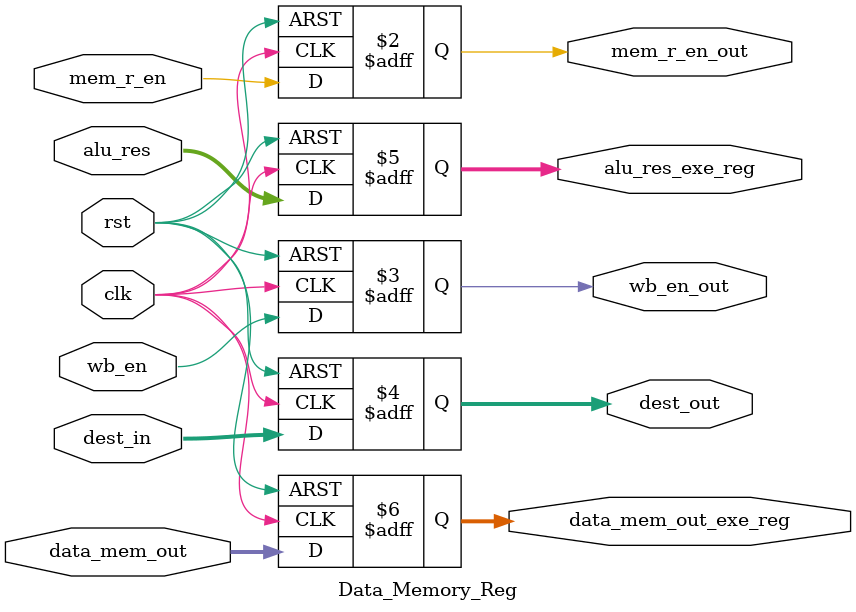
<source format=v>

module Data_Memory_Reg(clk, rst, mem_r_en, wb_en, alu_res, data_mem_out, dest_in, mem_r_en_out, wb_en_out, dest_out, alu_res_exe_reg, data_mem_out_exe_reg);
	input clk, rst, mem_r_en, wb_en;
	input [31:0] alu_res, data_mem_out;
	input [3:0] dest_in;
	output reg mem_r_en_out, wb_en_out;
	output reg [3:0] dest_out;
	output reg [31:0] alu_res_exe_reg, data_mem_out_exe_reg;
	
	always@(posedge clk, posedge rst)begin
		if(rst)begin
			mem_r_en_out <= 1'b0;
			wb_en_out <= 1'b0;
			dest_out <= 4'b0000;
			alu_res_exe_reg <= 32'b00000000000000000000000000000000;
			data_mem_out_exe_reg <= 32'b00000000000000000000000000000000;
		end
		else begin
			dest_out <= dest_in;
			wb_en_out <= wb_en;
      			alu_res_exe_reg <= alu_res;
			mem_r_en_out <= mem_r_en;
      			data_mem_out_exe_reg <= data_mem_out;
		end
	end
endmodule
</source>
